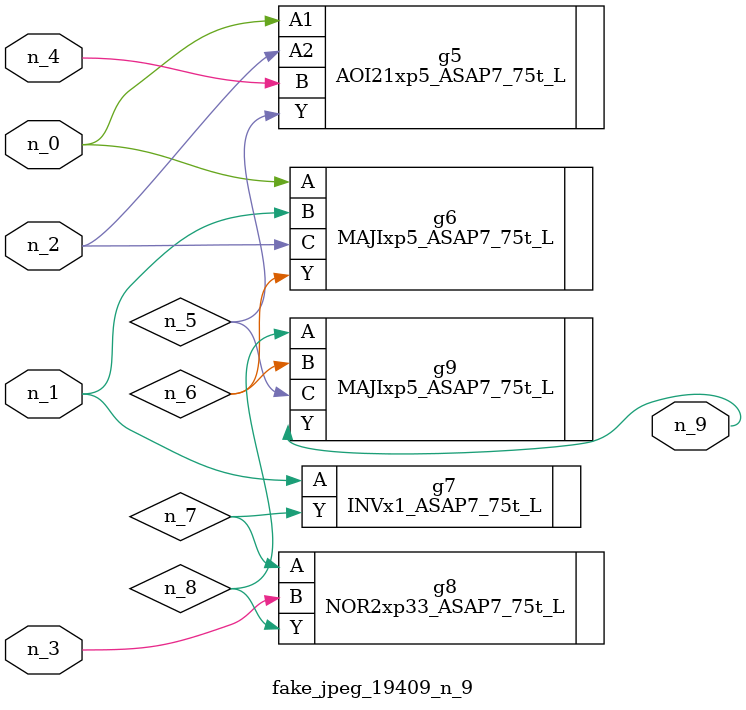
<source format=v>
module fake_jpeg_19409_n_9 (n_3, n_2, n_1, n_0, n_4, n_9);

input n_3;
input n_2;
input n_1;
input n_0;
input n_4;

output n_9;

wire n_8;
wire n_6;
wire n_5;
wire n_7;

AOI21xp5_ASAP7_75t_L g5 ( 
.A1(n_0),
.A2(n_2),
.B(n_4),
.Y(n_5)
);

MAJIxp5_ASAP7_75t_L g6 ( 
.A(n_0),
.B(n_1),
.C(n_2),
.Y(n_6)
);

INVx1_ASAP7_75t_L g7 ( 
.A(n_1),
.Y(n_7)
);

NOR2xp33_ASAP7_75t_L g8 ( 
.A(n_7),
.B(n_3),
.Y(n_8)
);

MAJIxp5_ASAP7_75t_L g9 ( 
.A(n_8),
.B(n_6),
.C(n_5),
.Y(n_9)
);


endmodule
</source>
